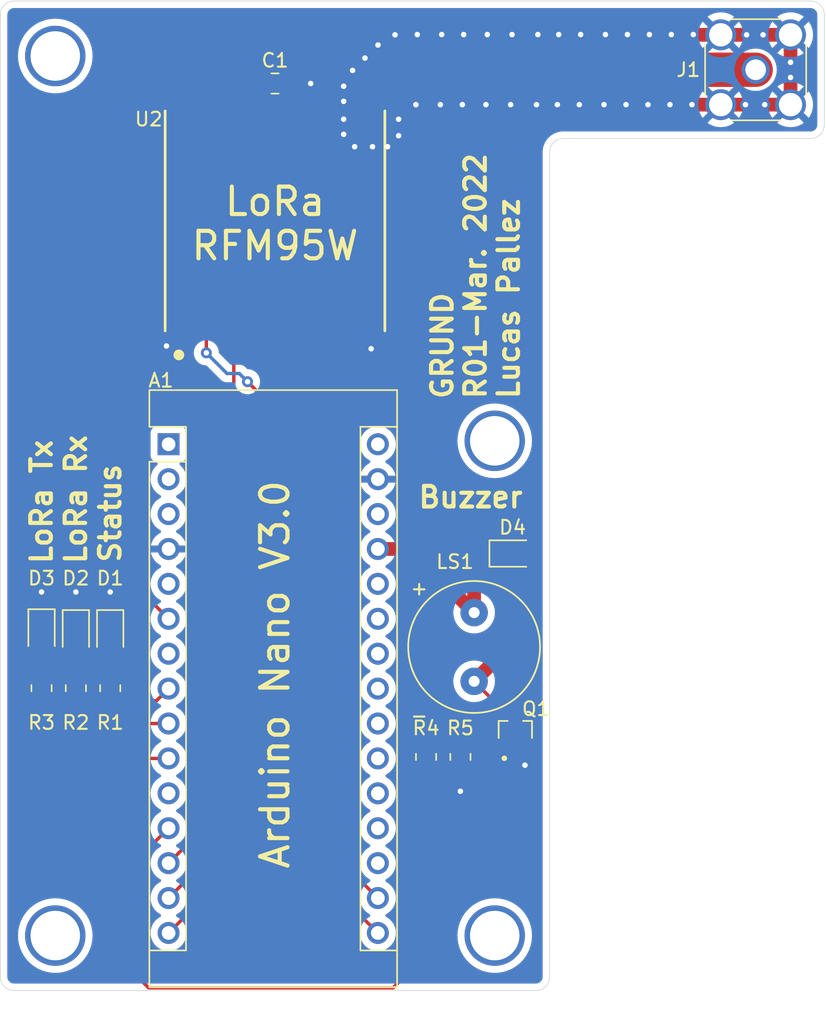
<source format=kicad_pcb>
(kicad_pcb (version 20211014) (generator pcbnew)
  (layers (0 "F.Cu" signal) (31 "B.Cu" signal) (34 "B.Paste" user) (35 "F.Paste" user) (36 "B.SilkS" user "B.Silkscreen") (37 "F.SilkS" user "F.Silkscreen") (38 "B.Mask" user) (39 "F.Mask" user) (44 "Edge.Cuts" user))
  (net 0 "")
  (net 1 "/TE_SCK")
  (net 2 "/TE_MISO")
  (net 3 "Net-(A1-Pad30)")
  (net 4 "/TE_MOSI")
  (net 5 "GND")
  (net 6 "/TE_CS")
  (net 7 "Net-(A1-Pad28)")
  (net 8 "/BUZZER")
  (net 9 "+5V")
  (net 10 "Net-(A1-Pad11)")
  (net 11 "Net-(A1-Pad26)")
  (net 12 "Net-(A1-Pad10)")
  (net 13 "Net-(A1-Pad25)")
  (net 14 "Net-(A1-Pad9)")
  (net 15 "Net-(A1-Pad24)")
  (net 16 "Net-(A1-Pad8)")
  (net 17 "Net-(A1-Pad23)")
  (net 18 "Net-(A1-Pad7)")
  (net 19 "Net-(A1-Pad22)")
  (net 20 "/TE_INT")
  (net 21 "Net-(A1-Pad21)")
  (net 22 "Net-(A1-Pad5)")
  (net 23 "Net-(A1-Pad20)")
  (net 24 "Net-(A1-Pad19)")
  (net 25 "Net-(A1-Pad3)")
  (net 26 "Net-(A1-Pad18)")
  (net 27 "Net-(A1-Pad2)")
  (net 28 "+3V3")
  (net 29 "Net-(A1-Pad1)")
  (net 30 "Net-(D4-Pad2)")
  (net 31 "Net-(Q1-Pad1)")
  (net 32 "Net-(D1-Pad2)")
  (net 33 "Net-(D2-Pad2)")
  (net 34 "Net-(D3-Pad2)")
  (net 35 "Net-(J1-Pad1)")
  (net 36 "Net-(U2-Pad16)")
  (net 37 "Net-(U2-Pad15)")
  (net 38 "Net-(U2-Pad12)")
  (net 39 "Net-(U2-Pad11)")
  (net 40 "Net-(U2-Pad7)")
  (net 41 "Net-(U2-Pad6)")
  (footprint "Module:Arduino_Nano" (layer "F.Cu") (at 62.25 52.25)
    (fp_text reference "A1" (at -0.55 -4.65) (layer "F.SilkS"))
    (fp_text value "Arduino_Nano_v3.x")
    (fp_line (start -1.4 -3.94) (end -1.4 -1.27) (layer "F.SilkS") (width 0.12))
    (fp_line (start 1.27 1.27) (end -1.4 1.27) (layer "F.SilkS") (width 0.12))
    (fp_line (start 1.27 -1.27) (end -1.4 -1.27) (layer "F.SilkS") (width 0.12))
    (fp_line (start 1.27 36.83) (end -1.4 36.83) (layer "F.SilkS") (width 0.12))
    (fp_line (start 1.27 1.27) (end 1.27 -1.27) (layer "F.SilkS") (width 0.12))
    (fp_line (start 13.97 -1.27) (end 16.64 -1.27) (layer "F.SilkS") (width 0.12))
    (fp_line (start 16.64 -3.94) (end -1.4 -3.94) (layer "F.SilkS") (width 0.12))
    (fp_line (start -1.4 1.27) (end -1.4 39.5) (layer "F.SilkS") (width 0.12))
    (fp_line (start 13.97 -1.27) (end 13.97 36.83) (layer "F.SilkS") (width 0.12))
    (fp_line (start 1.27 1.27) (end 1.27 36.83) (layer "F.SilkS") (width 0.12))
    (fp_line (start 16.64 39.5) (end 16.64 -3.94) (layer "F.SilkS") (width 0.12))
    (fp_line (start -1.4 39.5) (end 16.64 39.5) (layer "F.SilkS") (width 0.12))
    (fp_line (start 13.97 36.83) (end 16.64 36.83) (layer "F.SilkS") (width 0.12))
    (pad "1" thru_hole rect locked (at 0 0) (size 1.6 1.6) (drill 1) (layers *.Cu *.Mask) (net 29 "Net-(A1-Pad1)"))
    (pad "2" thru_hole oval locked (at 0 2.54) (size 1.6 1.6) (drill 1) (layers *.Cu *.Mask) (net 27 "Net-(A1-Pad2)"))
    (pad "3" thru_hole oval locked (at 0 5.08) (size 1.6 1.6) (drill 1) (layers *.Cu *.Mask) (net 25 "Net-(A1-Pad3)"))
    (pad "4" thru_hole oval locked (at 0 7.62) (size 1.6 1.6) (drill 1) (layers *.Cu *.Mask) (net 5 "GND"))
    (pad "5" thru_hole oval locked (at 0 10.16) (size 1.6 1.6) (drill 1) (layers *.Cu *.Mask) (net 22 "Net-(A1-Pad5)"))
    (pad "6" thru_hole oval locked (at 0 12.7) (size 1.6 1.6) (drill 1) (layers *.Cu *.Mask) (net 20 "/TE_INT"))
    (pad "7" thru_hole oval locked (at 0 15.24) (size 1.6 1.6) (drill 1) (layers *.Cu *.Mask) (net 18 "Net-(A1-Pad7)"))
    (pad "8" thru_hole oval locked (at 0 17.78) (size 1.6 1.6) (drill 1) (layers *.Cu *.Mask) (net 16 "Net-(A1-Pad8)"))
    (pad "9" thru_hole oval locked (at 0 20.32) (size 1.6 1.6) (drill 1) (layers *.Cu *.Mask) (net 14 "Net-(A1-Pad9)"))
    (pad "10" thru_hole oval locked (at 0 22.86) (size 1.6 1.6) (drill 1) (layers *.Cu *.Mask) (net 12 "Net-(A1-Pad10)"))
    (pad "11" thru_hole oval locked (at 0 25.4) (size 1.6 1.6) (drill 1) (layers *.Cu *.Mask) (net 10 "Net-(A1-Pad11)"))
    (pad "12" thru_hole oval locked (at 0 27.94) (size 1.6 1.6) (drill 1) (layers *.Cu *.Mask) (net 8 "/BUZZER"))
    (pad "13" thru_hole oval locked (at 0 30.48) (size 1.6 1.6) (drill 1) (layers *.Cu *.Mask) (net 6 "/TE_CS"))
    (pad "14" thru_hole oval locked (at 0 33.02) (size 1.6 1.6) (drill 1) (layers *.Cu *.Mask) (net 4 "/TE_MOSI"))
    (pad "15" thru_hole oval locked (at 0 35.56) (size 1.6 1.6) (drill 1) (layers *.Cu *.Mask) (net 2 "/TE_MISO"))
    (pad "16" thru_hole oval locked (at 15.24 35.56) (size 1.6 1.6) (drill 1) (layers *.Cu *.Mask) (net 1 "/TE_SCK"))
    (pad "17" thru_hole oval locked (at 15.24 33.02) (size 1.6 1.6) (drill 1) (layers *.Cu *.Mask) (net 28 "+3V3"))
    (pad "18" thru_hole oval locked (at 15.24 30.48) (size 1.6 1.6) (drill 1) (layers *.Cu *.Mask) (net 26 "Net-(A1-Pad18)"))
    (pad "19" thru_hole oval locked (at 15.24 27.94) (size 1.6 1.6) (drill 1) (layers *.Cu *.Mask) (net 24 "Net-(A1-Pad19)"))
    (pad "20" thru_hole oval locked (at 15.24 25.4) (size 1.6 1.6) (drill 1) (layers *.Cu *.Mask) (net 23 "Net-(A1-Pad20)"))
    (pad "21" thru_hole oval locked (at 15.24 22.86) (size 1.6 1.6) (drill 1) (layers *.Cu *.Mask) (net 21 "Net-(A1-Pad21)"))
    (pad "22" thru_hole oval locked (at 15.24 20.32) (size 1.6 1.6) (drill 1) (layers *.Cu *.Mask) (net 19 "Net-(A1-Pad22)"))
    (pad "23" thru_hole oval locked (at 15.24 17.78) (size 1.6 1.6) (drill 1) (layers *.Cu *.Mask) (net 17 "Net-(A1-Pad23)"))
    (pad "24" thru_hole oval locked (at 15.24 15.24) (size 1.6 1.6) (drill 1) (layers *.Cu *.Mask) (net 15 "Net-(A1-Pad24)"))
    (pad "25" thru_hole oval locked (at 15.24 12.7) (size 1.6 1.6) (drill 1) (layers *.Cu *.Mask) (net 13 "Net-(A1-Pad25)"))
    (pad "26" thru_hole oval locked (at 15.24 10.16) (size 1.6 1.6) (drill 1) (layers *.Cu *.Mask) (net 11 "Net-(A1-Pad26)"))
    (pad "27" thru_hole oval locked (at 15.24 7.62) (size 1.6 1.6) (drill 1) (layers *.Cu *.Mask) (net 9 "+5V"))
    (pad "28" thru_hole oval locked (at 15.24 5.08) (size 1.6 1.6) (drill 1) (layers *.Cu *.Mask) (net 7 "Net-(A1-Pad28)"))
    (pad "29" thru_hole oval locked (at 15.24 2.54) (size 1.6 1.6) (drill 1) (layers *.Cu *.Mask) (net 5 "GND"))
    (pad "30" thru_hole oval locked (at 15.24 0) (size 1.6 1.6) (drill 1) (layers *.Cu *.Mask) (net 3 "Net-(A1-Pad30)"))
  )
  (footprint "2V7002WT1G:SOT65P220X100-3N" (layer "F.Cu") (at 87.5 73 90)
    (fp_text reference "Q1" (at 1.5 1.5 180) (layer "F.SilkS"))
    (fp_text value "2V7002WT1G")
    (fp_line (start 0.62 1.214) (end -0.62 1.214) (layer "F.SilkS") (width 0.127))
    (fp_line (start 0.62 0.564) (end 0.62 1.214) (layer "F.SilkS") (width 0.127))
    (fp_line (start 0.62 -1.214) (end -0.62 -1.214) (layer "F.SilkS") (width 0.127))
    (fp_line (start 0.62 -0.564) (end 0.62 -1.214) (layer "F.SilkS") (width 0.127))
    (fp_circle (center -2.1 -0.8) (end -2 -0.8) (layer "F.SilkS") (width 0.2) (fill none))
    (pad "1" smd roundrect locked (at -0.98 -0.65 90) (size 1.15 0.5) (layers "F.Cu" "F.Paste" "F.Mask") (roundrect_rratio 0.06) (net 31 "Net-(Q1-Pad1)"))
    (pad "2" smd roundrect locked (at -0.98 0.65 90) (size 1.15 0.5) (layers "F.Cu" "F.Paste" "F.Mask") (roundrect_rratio 0.06) (net 5 "GND"))
    (pad "3" smd roundrect locked (at 0.98 0 90) (size 1.15 0.5) (layers "F.Cu" "F.Paste" "F.Mask") (roundrect_rratio 0.06) (net 30 "Net-(D4-Pad2)"))
  )
  (footprint "Capacitor_SMD:C_0805_2012Metric" (layer "F.Cu") (at 70 26)
    (fp_text reference "C1" (at 0 -1.68) (layer "F.SilkS"))
    (fp_text value "100n")
    (fp_line (start -0.261252 0.735) (end 0.261252 0.735) (layer "F.SilkS") (width 0.12))
    (fp_line (start -0.261252 -0.735) (end 0.261252 -0.735) (layer "F.SilkS") (width 0.12))
    (pad "1" smd roundrect locked (at -0.95 0) (size 1 1.45) (layers "F.Cu" "F.Paste" "F.Mask") (net 28 "+3V3"))
    (pad "2" smd roundrect locked (at 0.95 0) (size 1 1.45) (layers "F.Cu" "F.Paste" "F.Mask") (net 5 "GND"))
  )
  (footprint "Diode_SMD:D_0805_2012Metric" (layer "F.Cu") (at 58 66 -90)
    (fp_text reference "D1" (at -4 0 180) (layer "F.SilkS"))
    (fp_text value "ST_Y_LED")
    (fp_line (start -1.685 -0.96) (end -1.685 0.96) (layer "F.SilkS") (width 0.12))
    (fp_line (start 1 -0.96) (end -1.685 -0.96) (layer "F.SilkS") (width 0.12))
    (fp_line (start -1.685 0.96) (end 1 0.96) (layer "F.SilkS") (width 0.12))
    (pad "1" smd roundrect locked (at -0.9375 0 270) (size 0.975 1.4) (layers "F.Cu" "F.Paste" "F.Mask") (net 5 "GND"))
    (pad "2" smd roundrect locked (at 0.9375 0 270) (size 0.975 1.4) (layers "F.Cu" "F.Paste" "F.Mask") (net 32 "Net-(D1-Pad2)"))
  )
  (footprint "Diode_SMD:D_0805_2012Metric" (layer "F.Cu") (at 55.5 66 -90)
    (fp_text reference "D2" (at -4 0 180) (layer "F.SilkS"))
    (fp_text value "RX_R_LED")
    (fp_line (start -1.685 0.96) (end 1 0.96) (layer "F.SilkS") (width 0.12))
    (fp_line (start -1.685 -0.96) (end -1.685 0.96) (layer "F.SilkS") (width 0.12))
    (fp_line (start 1 -0.96) (end -1.685 -0.96) (layer "F.SilkS") (width 0.12))
    (pad "1" smd roundrect locked (at -0.9375 0 270) (size 0.975 1.4) (layers "F.Cu" "F.Paste" "F.Mask") (net 5 "GND"))
    (pad "2" smd roundrect locked (at 0.9375 0 270) (size 0.975 1.4) (layers "F.Cu" "F.Paste" "F.Mask") (net 33 "Net-(D2-Pad2)"))
  )
  (footprint "Diode_SMD:D_0805_2012Metric" (layer "F.Cu") (at 53 65.9375 -90)
    (fp_text reference "D3" (at -3.9375 0 180) (layer "F.SilkS"))
    (fp_text value "TX_G_LED")
    (fp_line (start -1.685 -0.96) (end -1.685 0.96) (layer "F.SilkS") (width 0.12))
    (fp_line (start -1.685 0.96) (end 1 0.96) (layer "F.SilkS") (width 0.12))
    (fp_line (start 1 -0.96) (end -1.685 -0.96) (layer "F.SilkS") (width 0.12))
    (pad "1" smd roundrect locked (at -0.9375 0 270) (size 0.975 1.4) (layers "F.Cu" "F.Paste" "F.Mask") (net 5 "GND"))
    (pad "2" smd roundrect locked (at 0.9375 0 270) (size 0.975 1.4) (layers "F.Cu" "F.Paste" "F.Mask") (net 34 "Net-(D3-Pad2)"))
  )
  (footprint "Diode_SMD:D_0805_2012Metric" (layer "F.Cu") (at 87.3 60.2)
    (fp_text reference "D4" (at 0 -1.9) (layer "F.SilkS"))
    (fp_text value "Flyback")
    (fp_line (start -1.685 -0.96) (end -1.685 0.96) (layer "F.SilkS") (width 0.12))
    (fp_line (start 1 -0.96) (end -1.685 -0.96) (layer "F.SilkS") (width 0.12))
    (fp_line (start -1.685 0.96) (end 1 0.96) (layer "F.SilkS") (width 0.12))
    (pad "1" smd roundrect locked (at -0.9375 0) (size 0.975 1.4) (layers "F.Cu" "F.Paste" "F.Mask") (net 9 "+5V"))
    (pad "2" smd roundrect locked (at 0.9375 0) (size 0.975 1.4) (layers "F.Cu" "F.Paste" "F.Mask") (net 30 "Net-(D4-Pad2)"))
  )
  (footprint "Connector_Coaxial:SMA_Wurth_60312002114503_Vertical" (layer "F.Cu") (at 105 25)
    (fp_text reference "J1" (at -4.9 0) (layer "F.SilkS"))
    (fp_text value "Conn_Coaxial")
    (fp_line (start 3.68 -1.8) (end 3.68 1.8) (layer "F.SilkS") (width 0.12))
    (fp_line (start -1.8 3.68) (end 1.8 3.68) (layer "F.SilkS") (width 0.12))
    (fp_line (start -1.8 -3.68) (end 1.8 -3.68) (layer "F.SilkS") (width 0.12))
    (fp_line (start -3.68 -1.8) (end -3.68 1.8) (layer "F.SilkS") (width 0.12))
    (pad "1" thru_hole circle locked (at 0 0) (size 2.05 2.05) (drill 1.5) (layers *.Cu *.Mask) (net 35 "Net-(J1-Pad1)"))
    (pad "2" thru_hole circle locked (at 2.54 -2.54) (size 2.25 2.25) (drill 1.7) (layers *.Cu *.Mask) (net 5 "GND"))
    (pad "2" thru_hole circle locked (at 2.54 2.54) (size 2.25 2.25) (drill 1.7) (layers *.Cu *.Mask) (net 5 "GND"))
    (pad "2" thru_hole circle locked (at -2.54 2.54) (size 2.25 2.25) (drill 1.7) (layers *.Cu *.Mask) (net 5 "GND"))
    (pad "2" thru_hole circle locked (at -2.54 -2.54) (size 2.25 2.25) (drill 1.7) (layers *.Cu *.Mask) (net 5 "GND"))
  )
  (footprint "CMI-9605IC-0380T:CUI_CMI-9605IC-0380T" (layer "F.Cu") (at 84.5 67)
    (fp_text reference "LS1" (at -1.4 -6.2) (layer "F.SilkS"))
    (fp_text value "Buzzer")
    (fp_text user "-" (at -4 4.99) (layer "F.SilkS"))
    (fp_text user "+" (at -4 -4.27) (layer "F.SilkS"))
    (fp_circle (center 0 0) (end 4.8 0) (layer "F.SilkS") (width 0.127) (fill none))
    (pad "N" thru_hole circle locked (at 0 2.5) (size 2 2) (drill 0.8) (layers *.Cu *.Mask) (net 30 "Net-(D4-Pad2)"))
    (pad "P" thru_hole circle locked (at 0 -2.5) (size 2 2) (drill 0.8) (layers *.Cu *.Mask) (net 9 "+5V"))
  )
  (footprint "Resistor_SMD:R_0805_2012Metric" (layer "F.Cu") (at 58 70 90)
    (fp_text reference "R1" (at -2.5 0 180) (layer "F.SilkS"))
    (fp_text value "130R")
    (fp_line (start -0.227064 0.735) (end 0.227064 0.735) (layer "F.SilkS") (width 0.12))
    (fp_line (start -0.227064 -0.735) (end 0.227064 -0.735) (layer "F.SilkS") (width 0.12))
    (pad "1" smd roundrect locked (at -0.9125 0 90) (size 1.025 1.4) (layers "F.Cu" "F.Paste" "F.Mask") (roundrect_rratio 0.2439014634) (net 16 "Net-(A1-Pad8)"))
    (pad "2" smd roundrect locked (at 0.9125 0 90) (size 1.025 1.4) (layers "F.Cu" "F.Paste" "F.Mask") (roundrect_rratio 0.2439014634) (net 32 "Net-(D1-Pad2)"))
  )
  (footprint "Resistor_SMD:R_0805_2012Metric" (layer "F.Cu") (at 53 70 90)
    (fp_text reference "R3" (at -2.5 0 180) (layer "F.SilkS"))
    (fp_text value "130R")
    (fp_line (start -0.227064 0.735) (end 0.227064 0.735) (layer "F.SilkS") (width 0.12))
    (fp_line (start -0.227064 -0.735) (end 0.227064 -0.735) (layer "F.SilkS") (width 0.12))
    (pad "1" smd roundrect locked (at -0.9125 0 90) (size 1.025 1.4) (layers "F.Cu" "F.Paste" "F.Mask") (roundrect_rratio 0.2439014634) (net 12 "Net-(A1-Pad10)"))
    (pad "2" smd roundrect locked (at 0.9125 0 90) (size 1.025 1.4) (layers "F.Cu" "F.Paste" "F.Mask") (roundrect_rratio 0.2439014634) (net 34 "Net-(D3-Pad2)"))
  )
  (footprint "Resistor_SMD:R_0805_2012Metric" (layer "F.Cu") (at 81 75 -90)
    (fp_text reference "R4" (at -2.1 0 180) (layer "F.SilkS"))
    (fp_text value "470R")
    (fp_line (start -0.227064 -0.735) (end 0.227064 -0.735) (layer "F.SilkS") (width 0.12))
    (fp_line (start -0.227064 0.735) (end 0.227064 0.735) (layer "F.SilkS") (width 0.12))
    (pad "1" smd roundrect locked (at -0.9125 0 270) (size 1.025 1.4) (layers "F.Cu" "F.Paste" "F.Mask") (roundrect_rratio 0.2439014634) (net 31 "Net-(Q1-Pad1)"))
    (pad "2" smd roundrect locked (at 0.9125 0 270) (size 1.025 1.4) (layers "F.Cu" "F.Paste" "F.Mask") (roundrect_rratio 0.2439014634) (net 8 "/BUZZER"))
  )
  (footprint "Resistor_SMD:R_0805_2012Metric" (layer "F.Cu") (at 83.5 75 -90)
    (fp_text reference "R5" (at -2.1 0 180) (layer "F.SilkS"))
    (fp_text value "10k")
    (fp_line (start -0.227064 0.735) (end 0.227064 0.735) (layer "F.SilkS") (width 0.12))
    (fp_line (start -0.227064 -0.735) (end 0.227064 -0.735) (layer "F.SilkS") (width 0.12))
    (pad "1" smd roundrect locked (at -0.9125 0 270) (size 1.025 1.4) (layers "F.Cu" "F.Paste" "F.Mask") (roundrect_rratio 0.2439014634) (net 31 "Net-(Q1-Pad1)"))
    (pad "2" smd roundrect locked (at 0.9125 0 270) (size 1.025 1.4) (layers "F.Cu" "F.Paste" "F.Mask") (roundrect_rratio 0.2439014634) (net 5 "GND"))
  )
  (footprint "RFM95W-868S2:XCVR_RFM95W-868S2" (layer "F.Cu") (at 70 36 90)
    (fp_text reference "U2" (at 7.4 -9.2 180) (layer "F.SilkS") (effects (font (size 1.001913 1.001913))))
    (fp_text value "RFM95W")
    (fp_line (start 8 8) (end -8 8) (layer "F.SilkS") (width 0.2))
    (fp_line (start -8 -8) (end 8 -8) (layer "F.SilkS") (width 0.2))
    (fp_circle (center -9.75 -7) (end -9.458453 -7) (layer "F.SilkS") (width 0.2) (fill none))
    (fp_poly (pts (xy -10.0115 -7.2) (xy -9.5 -7.2) (xy -9.5 -6.8078) (xy -10.0115 -6.8078)) (layer "F.SilkS") (width 0.01) (fill solid))
    (pad "1" smd rect locked (at -7.4 -7 90) (size 1.95 1.05) (layers "F.Cu" "F.Paste" "F.Mask") (net 5 "GND"))
    (pad "2" smd rect locked (at -7.4 -5 90) (size 1.95 1.05) (layers "F.Cu" "F.Paste" "F.Mask") (net 2 "/TE_MISO"))
    (pad "3" smd rect locked (at -7.4 -3 90) (size 1.95 1.05) (layers "F.Cu" "F.Paste" "F.Mask") (net 4 "/TE_MOSI"))
    (pad "4" smd rect locked (at -7.4 -1 90) (size 1.95 1.05) (layers "F.Cu" "F.Paste" "F.Mask") (net 1 "/TE_SCK"))
    (pad "5" smd rect locked (at -7.4 1 90) (size 1.95 1.05) (layers "F.Cu" "F.Paste" "F.Mask") (net 6 "/TE_CS"))
    (pad "6" smd rect locked (at -7.4 3 90) (size 1.95 1.05) (layers "F.Cu" "F.Paste" "F.Mask") (net 41 "Net-(U2-Pad6)"))
    (pad "7" smd rect locked (at -7.4 5 90) (size 1.95 1.05) (layers "F.Cu" "F.Paste" "F.Mask") (net 40 "Net-(U2-Pad7)"))
    (pad "8" smd rect locked (at -7.4 7 90) (size 1.95 1.05) (layers "F.Cu" "F.Paste" "F.Mask") (net 5 "GND"))
    (pad "9" smd rect locked (at 7.4 7 270) (size 1.95 1.05) (layers "F.Cu" "F.Paste" "F.Mask") (net 35 "Net-(J1-Pad1)"))
    (pad "10" smd rect locked (at 7.4 5 270) (size 1.95 1.05) (layers "F.Cu" "F.Paste" "F.Mask") (net 5 "GND"))
    (pad "11" smd rect locked (at 7.4 3 270) (size 1.95 1.05) (layers "F.Cu" "F.Paste" "F.Mask") (net 39 "Net-(U2-Pad11)"))
    (pad "12" smd rect locked (at 7.4 1 270) (size 1.95 1.05) (layers "F.Cu" "F.Paste" "F.Mask") (net 38 "Net-(U2-Pad12)"))
    (pad "13" smd rect locked (at 7.4 -1 270) (size 1.95 1.05) (layers "F.Cu" "F.Paste" "F.Mask") (net 28 "+3V3"))
    (pad "14" smd rect locked (at 7.4 -3 270) (size 1.95 1.05) (layers "F.Cu" "F.Paste" "F.Mask") (net 20 "/TE_INT"))
    (pad "15" smd rect locked (at 7.4 -5 270) (size 1.95 1.05) (layers "F.Cu" "F.Paste" "F.Mask") (net 37 "Net-(U2-Pad15)"))
    (pad "16" smd rect locked (at 7.4 -7 270) (size 1.95 1.05) (layers "F.Cu" "F.Paste" "F.Mask") (net 36 "Net-(U2-Pad16)"))
  )
  (footprint "Resistor_SMD:R_0805_2012Metric" (layer "F.Cu") (at 55.5 70 90)
    (fp_text reference "R2" (at -2.5 0 180) (layer "F.SilkS"))
    (fp_text value "110R")
    (fp_line (start -0.227064 -0.735) (end 0.227064 -0.735) (layer "F.SilkS") (width 0.12))
    (fp_line (start -0.227064 0.735) (end 0.227064 0.735) (layer "F.SilkS") (width 0.12))
    (pad "1" smd roundrect locked (at -0.9125 0 90) (size 1.025 1.4) (layers "F.Cu" "F.Paste" "F.Mask") (roundrect_rratio 0.2439014634) (net 14 "Net-(A1-Pad9)"))
    (pad "2" smd roundrect locked (at 0.9125 0 90) (size 1.025 1.4) (layers "F.Cu" "F.Paste" "F.Mask") (roundrect_rratio 0.2439014634) (net 33 "Net-(D2-Pad2)"))
  )
  (gr_line (start 50 21) (end 50 91) (layer "Edge.Cuts") (width 0.05))
  (gr_line (start 90 91) (end 90 31) (layer "Edge.Cuts") (width 0.05))
  (gr_line (start 91 30) (end 109 30) (layer "Edge.Cuts") (width 0.05))
  (gr_arc (start 50 21) (mid 50.292893 20.292893) (end 51 20) (layer "Edge.Cuts") (width 0.05))
  (gr_line (start 109 20) (end 51 20) (layer "Edge.Cuts") (width 0.05))
  (gr_arc (start 51 92) (mid 50.292893 91.707107) (end 50 91) (layer "Edge.Cuts") (width 0.05))
  (gr_arc (start 110 29) (mid 109.707107 29.707107) (end 109 30) (layer "Edge.Cuts") (width 0.05))
  (gr_arc (start 109 20) (mid 109.707107 20.292893) (end 110 21) (layer "Edge.Cuts") (width 0.05))
  (gr_arc (start 90 91) (mid 89.707107 91.707107) (end 89 92) (layer "Edge.Cuts") (width 0.05))
  (gr_line (start 51 92) (end 89 92) (layer "Edge.Cuts") (width 0.05))
  (gr_line (start 110 29) (end 110 21) (layer "Edge.Cuts") (width 0.05))
  (gr_arc (start 90 31) (mid 90.292893 30.292893) (end 91 30) (layer "Edge.Cuts") (width 0.05))
  (gr_text "LoRa\nRFM95W" (at 70 36.2) (layer "F.SilkS") (effects (font (size 2 2) (thickness 0.3))))
  (gr_text "Status" (at 58 61 90) (layer "F.SilkS") (effects (font (size 1.5 1.5) (thickness 0.3)) (justify left)))
  (gr_text "Buzzer" (at 80.3 56.1) (layer "F.SilkS") (effects (font (size 1.5 1.5) (thickness 0.3)) (justify left)))
  (gr_text "GRUND\nR01-Mar. 2022\nLucas Pallez" (at 84.6 49.1 90) (layer "F.SilkS") (effects (font (size 1.5 1.5) (thickness 0.3)) (justify left)))
  (gr_text "LoRa Rx" (at 55.5 61.1 90) (layer "F.SilkS") (effects (font (size 1.5 1.5) (thickness 0.3)) (justify left)))
  (gr_text "Arduino Nano V3.0" (at 70 69 90) (layer "F.SilkS") (effects (font (size 2 2) (thickness 0.3))))
  (gr_text "LoRa Tx" (at 53 61.1 90) (layer "F.SilkS") (effects (font (size 1.5 1.5) (thickness 0.3)) (justify left)))
  (via (at 54 88) (size 4.4) (drill 3.6) (layers "F.Cu" "B.Cu") (net 0))
  (via (at 86 88) (size 4.4) (drill 3.6) (layers "F.Cu" "B.Cu") (net 0))
  (via (at 86 52) (size 4.4) (drill 3.6) (layers "F.Cu" "B.Cu") (net 0))
  (via (at 54 24) (size 4.4) (drill 3.6) (layers "F.Cu" "B.Cu") (net 0))
  (segment (start 72.4 82.72) (end 72.4 48.4) (width 0.25) (layer "F.Cu") (net 1))
  (segment (start 77.49 87.81) (end 72.4 82.72) (width 0.25) (layer "F.Cu") (net 1))
  (segment (start 69 45) (end 69 43.4) (width 0.25) (layer "F.Cu") (net 1))
  (segment (start 72.4 48.4) (end 69 45) (width 0.25) (layer "F.Cu") (net 1))
  (segment (start 62.25 87.81) (end 68.9 81.16) (width 0.25) (layer "F.Cu") (net 2))
  (segment (start 68.9 81.16) (end 68.9 48.600002) (width 0.25) (layer "F.Cu") (net 2))
  (segment (start 65 45.6) (end 65 43.4) (width 0.25) (layer "F.Cu") (net 2))
  (segment (start 68.9 48.600002) (end 68 47.700002) (width 0.25) (layer "F.Cu") (net 2))
  (via (at 65 45.6) (size 0.8) (drill 0.4) (layers "F.Cu" "B.Cu") (net 2))
  (via (at 68 47.700002) (size 0.8) (drill 0.4) (layers "F.Cu" "B.Cu") (net 2))
  (segment (start 65 45.6) (end 65 45.6) (width 0.25) (layer "B.Cu") (net 2))
  (segment (start 68 47.700002) (end 68 47.7) (width 0.25) (layer "B.Cu") (net 2))
  (segment (start 66.5 47.1) (end 65 45.6) (width 0.25) (layer "B.Cu") (net 2))
  (segment (start 68 47.7) (end 67.4 47.1) (width 0.25) (layer "B.Cu") (net 2))
  (segment (start 67.4 47.1) (end 66.5 47.1) (width 0.25) (layer "B.Cu") (net 2))
  (segment (start 62.25 85.27) (end 67 80.52) (width 0.25) (layer "F.Cu") (net 4))
  (segment (start 67 80.52) (end 67 43.4) (width 0.25) (layer "F.Cu") (net 4))
  (segment (start 79 28.6) (end 79 28.6) (width 1) (layer "F.Cu") (net 5))
  (segment (start 78.74 22.46) (end 78.24 22.46) (width 1) (layer "F.Cu") (net 5))
  (segment (start 77.5 23.2) (end 76.55 24.15) (width 1) (layer "F.Cu") (net 5))
  (segment (start 76.55 24.15) (end 75.65 25.05) (width 1) (layer "F.Cu") (net 5))
  (segment (start 75.65 25.05) (end 75 25.7) (width 1) (layer "F.Cu") (net 5))
  (segment (start 75 26.2) (end 75 27.3) (width 1) (layer "F.Cu") (net 5))
  (segment (start 75 27.3) (end 75 28.6) (width 1) (layer "F.Cu") (net 5))
  (segment (start 75 28.6) (end 75 28.6) (width 1) (layer "F.Cu") (net 5))
  (segment (start 104.26 27.54) (end 102.46 27.54) (width 1) (layer "F.Cu") (net 5))
  (segment (start 105.66 27.54) (end 104.26 27.54) (width 1) (layer "F.Cu") (net 5))
  (segment (start 107.54 25.56) (end 107.54 27.54) (width 1) (layer "F.Cu") (net 5))
  (segment (start 107.54 24.46) (end 107.54 25.56) (width 1) (layer "F.Cu") (net 5))
  (segment (start 105.54 22.46) (end 107.54 22.46) (width 1) (layer "F.Cu") (net 5))
  (segment (start 104.34 22.46) (end 105.54 22.46) (width 1) (layer "F.Cu") (net 5))
  (segment (start 75.8 30.6) (end 75.8 30.6) (width 1) (layer "F.Cu") (net 5))
  (segment (start 75.8 30.6) (end 77.1 30.6) (width 1) (layer "F.Cu") (net 5))
  (segment (start 95.56 27.54) (end 93.96 27.54) (width 1) (layer "F.Cu") (net 5))
  (segment (start 75 29.8) (end 75.8 30.6) (width 1) (layer "F.Cu") (net 5))
  (segment (start 62.1 45.1) (end 63 44.2) (width 0.25) (layer "F.Cu") (net 5))
  (segment (start 63 44.2) (end 63 43.4) (width 0.25) (layer "F.Cu") (net 5))
  (segment (start 107.54 22.46) (end 107.54 24.46) (width 1) (layer "F.Cu") (net 5))
  (segment (start 83.5 77.5) (end 83.5 75.9125) (width 0.25) (layer "F.Cu") (net 5))
  (segment (start 75 25.7) (end 75 26.2) (width 1) (layer "F.Cu") (net 5))
  (segment (start 58 63) (end 58 65.0625) (width 0.25) (layer "F.Cu") (net 5))
  (segment (start 102.46 22.46) (end 78.74 22.46) (width 1) (layer "F.Cu") (net 5))
  (segment (start 83.639988 27.54) (end 82.03999 27.54) (width 1) (layer "F.Cu") (net 5))
  (segment (start 77.1 30.6) (end 78.2 30.6) (width 1) (layer "F.Cu") (net 5))
  (segment (start 80.26 27.54) (end 80.26 27.54) (width 1) (layer "F.Cu") (net 5))
  (segment (start 79 29.8) (end 79 29.8) (width 1) (layer "F.Cu") (net 5))
  (segment (start 93.96 27.54) (end 92.160004 27.54) (width 1) (layer "F.Cu") (net 5))
  (segment (start 78.24 22.46) (end 77.5 23.2) (width 1) (layer "F.Cu") (net 5))
  (segment (start 100.36 27.54) (end 98.76 27.54) (width 1) (layer "F.Cu") (net 5))
  (segment (start 102.46 27.54) (end 100.36 27.54) (width 1) (layer "F.Cu") (net 5))
  (segment (start 98.76 27.54) (end 97.160014 27.54) (width 1) (layer "F.Cu") (net 5))
  (segment (start 107.54 27.54) (end 105.66 27.54) (width 1) (layer "F.Cu") (net 5))
  (segment (start 53 63) (end 53 65) (width 0.25) (layer "F.Cu") (net 5))
  (segment (start 88.2 74.03) (end 88.15 73.98) (width 0.25) (layer "F.Cu") (net 5))
  (segment (start 87.159992 27.54) (end 85.359994 27.54) (width 1) (layer "F.Cu") (net 5))
  (segment (start 79.000004 29.799986) (end 78.999995 29.799995) (width 1) (layer "F.Cu") (net 5))
  (segment (start 92.160004 27.54) (end 90.560014 27.54) (width 1) (layer "F.Cu") (net 5))
  (segment (start 85.359994 27.54) (end 83.639988 27.54) (width 1) (layer "F.Cu") (net 5))
  (segment (start 80.06 27.54) (end 79.000004 28.599996) (width 1) (layer "F.Cu") (net 5))
  (segment (start 88.2 75.6) (end 88.2 74.03) (width 0.25) (layer "F.Cu") (net 5))
  (segment (start 75 28.6) (end 75 29.7) (width 1) (layer "F.Cu") (net 5))
  (segment (start 102.46 22.46) (end 104.34 22.46) (width 1) (layer "F.Cu") (net 5))
  (segment (start 89.039998 27.54) (end 87.159992 27.54) (width 1) (layer "F.Cu") (net 5))
  (segment (start 55.5 65.0625) (end 55.5 63) (width 0.25) (layer "F.Cu") (net 5))
  (segment (start 80.26 27.54) (end 82.03999 27.54) (width 1) (layer "F.Cu") (net 5))
  (segment (start 95.56 27.54) (end 97.160014 27.54) (width 1) (layer "F.Cu") (net 5))
  (segment (start 79 29.8) (end 78.999995 29.799995) (width 1) (layer "F.Cu") (net 5))
  (segment (start 70.95 26) (end 72.6 26) (width 0.25) (layer "F.Cu") (net 5))
  (segment (start 77 43.4) (end 77 45.3) (width 0.25) (layer "F.Cu") (net 5))
  (segment (start 90.560014 27.54) (end 89.039998 27.54) (width 1) (layer "F.Cu") (net 5))
  (segment (start 79.000004 28.599996) (end 79.000004 29.799986) (width 1) (layer "F.Cu") (net 5))
  (segment (start 78.2 30.6) (end 79 29.8) (width 1) (layer "F.Cu") (net 5))
  (via (at 80.36 22.44) (size 0.8) (drill 0.4) (layers "F.Cu" "B.Cu") (net 5))
  (via (at 92.260004 22.44) (size 0.8) (drill 0.4) (layers "F.Cu" "B.Cu") (net 5))
  (via (at 83.739988 22.44) (size 0.8) (drill 0.4) (layers "F.Cu" "B.Cu") (net 5))
  (via (at 82.13999 22.44) (size 0.8) (drill 0.4) (layers "F.Cu" "B.Cu") (net 5))
  (via (at 95.66 22.44) (size 0.8) (drill 0.4) (layers "F.Cu" "B.Cu") (net 5))
  (via (at 89.139998 22.44) (size 0.8) (drill 0.4) (layers "F.Cu" "B.Cu") (net 5))
  (via (at 85.459994 22.44) (size 0.8) (drill 0.4) (layers "F.Cu" "B.Cu") (net 5))
  (via (at 90.660014 22.44) (size 0.8) (drill 0.4) (layers "F.Cu" "B.Cu") (net 5))
  (via (at 87.259992 22.44) (size 0.8) (drill 0.4) (layers "F.Cu" "B.Cu") (net 5))
  (via (at 94.06 22.44) (size 0.8) (drill 0.4) (layers "F.Cu" "B.Cu") (net 5))
  (via (at 97.260014 22.44) (size 0.8) (drill 0.4) (layers "F.Cu" "B.Cu") (net 5))
  (via (at 100.46 22.44) (size 0.8) (drill 0.4) (layers "F.Cu" "B.Cu") (net 5))
  (via (at 98.86 22.44) (size 0.8) (drill 0.4) (layers "F.Cu" "B.Cu") (net 5))
  (via (at 75.8 30.6) (size 0.8) (drill 0.4) (layers "F.Cu" "B.Cu") (net 5))
  (via (at 77.1 30.6) (size 0.8) (drill 0.4) (layers "F.Cu" "B.Cu") (net 5))
  (via (at 78.999995 29.799995) (size 0.8) (drill 0.4) (layers "F.Cu" "B.Cu") (net 5))
  (via (at 78.2 30.6) (size 0.8) (drill 0.4) (layers "F.Cu" "B.Cu") (net 5))
  (via (at 82.03999 27.54) (size 0.8) (drill 0.4) (layers "F.Cu" "B.Cu") (net 5))
  (via (at 75 28.6) (size 0.8) (drill 0.4) (layers "F.Cu" "B.Cu") (net 5))
  (via (at 107.54 25.56) (size 0.8) (drill 0.4) (layers "F.Cu" "B.Cu") (net 5))
  (via (at 79.000004 28.599996) (size 0.8) (drill 0.4) (layers "F.Cu" "B.Cu") (net 5))
  (via (at 92.160004 27.54) (size 0.8) (drill 0.4) (layers "F.Cu" "B.Cu") (net 5))
  (via (at 83.639988 27.54) (size 0.8) (drill 0.4) (layers "F.Cu" "B.Cu") (net 5))
  (via (at 93.96 27.54) (size 0.8) (drill 0.4) (layers "F.Cu" "B.Cu") (net 5))
  (via (at 80.26 27.54) (size 0.8) (drill 0.4) (layers "F.Cu" "B.Cu") (net 5))
  (via (at 53 63) (size 0.8) (drill 0.4) (layers "F.Cu" "B.Cu") (net 5))
  (via (at 97.160014 27.54) (size 0.8) (drill 0.4) (layers "F.Cu" "B.Cu") (net 5))
  (via (at 83.5 77.5) (size 0.8) (drill 0.4) (layers "F.Cu" "B.Cu") (net 5))
  (via (at 105.66 27.54) (size 0.8) (drill 0.4) (layers "F.Cu" "B.Cu") (net 5))
  (via (at 75 26.2) (size 0.8) (drill 0.4) (layers "F.Cu" "B.Cu") (net 5))
  (via (at 75 29.7) (size 0.8) (drill 0.4) (layers "F.Cu" "B.Cu") (net 5))
  (via (at 107.54 24.46) (size 0.8) (drill 0.4) (layers "F.Cu" "B.Cu") (net 5))
  (via (at 78.74 22.46) (size 0.8) (drill 0.4) (layers "F.Cu" "B.Cu") (net 5))
  (via (at 77 45.3) (size 0.8) (drill 0.4) (layers "F.Cu" "B.Cu") (net 5))
  (via (at 55.5 63) (size 0.8) (drill 0.4) (layers "F.Cu" "B.Cu") (net 5))
  (via (at 98.76 27.54) (size 0.8) (drill 0.4) (layers "F.Cu" "B.Cu") (net 5))
  (via (at 72.6 26) (size 0.8) (drill 0.4) (layers "F.Cu" "B.Cu") (net 5))
  (via (at 90.560014 27.54) (size 0.8) (drill 0.4) (layers "F.Cu" "B.Cu") (net 5))
  (via (at 76.55 24.15) (size 0.8) (drill 0.4) (layers "F.Cu" "B.Cu") (net 5))
  (via (at 95.56 27.54) (size 0.8) (drill 0.4) (layers "F.Cu" "B.Cu") (net 5))
  (via (at 75 27.3) (size 0.8) (drill 0.4) (layers "F.Cu" "B.Cu") (net 5))
  (via (at 58 63) (size 0.8) (drill 0.4) (layers "F.Cu" "B.Cu") (net 5))
  (via (at 89.039998 27.54) (size 0.8) (drill 0.4) (layers "F.Cu" "B.Cu") (net 5))
  (via (at 77.5 23.2) (size 0.8) (drill 0.4) (layers "F.Cu" "B.Cu") (net 5))
  (via (at 105.54 22.46) (size 0.8) (drill 0.4) (layers "F.Cu" "B.Cu") (net 5))
  (via (at 104.34 22.46) (size 0.8) (drill 0.4) (layers "F.Cu" "B.Cu") (net 5))
  (via (at 85.359994 27.54) (size 0.8) (drill 0.4) (layers "F.Cu" "B.Cu") (net 5))
  (via (at 75.65 25.05) (size 0.8) (drill 0.4) (layers "F.Cu" "B.Cu") (net 5))
  (via (at 100.36 27.54) (size 0.8) (drill 0.4) (layers "F.Cu" "B.Cu") (net 5))
  (via (at 62.1 45.1) (size 0.8) (drill 0.4) (layers "F.Cu" "B.Cu") (net 5))
  (via (at 88.2 75.6) (size 0.8) (drill 0.4) (layers "F.Cu" "B.Cu") (net 5))
  (via (at 104.26 27.54) (size 0.8) (drill 0.4) (layers "F.Cu" "B.Cu") (net 5))
  (via (at 87.159992 27.54) (size 0.8) (drill 0.4) (layers "F.Cu" "B.Cu") (net 5))
  (segment (start 65 51) (end 60.7 46.7) (width 0.25) (layer "F.Cu") (net 6))
  (segment (start 60.7 46.7) (end 60.7 42) (width 0.25) (layer "F.Cu") (net 6))
  (segment (start 62.25 82.73) (end 65 79.98) (width 0.25) (layer "F.Cu") (net 6))
  (segment (start 69.5 40.4) (end 71 41.9) (width 0.25) (layer "F.Cu") (net 6))
  (segment (start 60.7 42) (end 62.3 40.4) (width 0.25) (layer "F.Cu") (net 6))
  (segment (start 62.3 40.4) (end 69.5 40.4) (width 0.25) (layer "F.Cu") (net 6))
  (segment (start 65 79.98) (end 65 51) (width 0.25) (layer "F.Cu") (net 6))
  (segment (start 71 41.9) (end 71 43.4) (width 0.25) (layer "F.Cu") (net 6))
  (segment (start 60.8 91.8) (end 78.6 91.8) (width 0.25) (layer "F.Cu") (net 8))
  (segment (start 59.5 82.94) (end 59.5 90.5) (width 0.25) (layer "F.Cu") (net 8))
  (segment (start 78.6 91.8) (end 81 89.4) (width 0.25) (layer "F.Cu") (net 8))
  (segment (start 80.677499 76.235001) (end 81 75.9125) (width 0.25) (layer "F.Cu") (net 8))
  (segment (start 81 89.4) (end 81 75.9125) (width 0.25) (layer "F.Cu") (net 8))
  (segment (start 62.25 80.19) (end 59.5 82.94) (width 0.25) (layer "F.Cu") (net 8))
  (segment (start 59.5 90.5) (end 60.8 91.8) (width 0.25) (layer "F.Cu") (net 8))
  (segment (start 79.87 59.87) (end 84.5 64.5) (width 1) (layer "F.Cu") (net 9))
  (segment (start 77.49 59.87) (end 79.87 59.87) (width 1) (layer "F.Cu") (net 9))
  (segment (start 84.5 62.0625) (end 86.3625 60.2) (width 1) (layer "F.Cu") (net 9))
  (segment (start 84.5 64.5) (end 84.5 62.0625) (width 1) (layer "F.Cu") (net 9))
  (segment (start 57.1975 75.11) (end 62.25 75.11) (width 0.25) (layer "F.Cu") (net 12))
  (segment (start 53 70.9125) (end 57.1975 75.11) (width 0.25) (layer "F.Cu") (net 12))
  (segment (start 55.5 70.9125) (end 57.1575 72.57) (width 0.25) (layer "F.Cu") (net 14))
  (segment (start 57.1575 72.57) (end 62.25 72.57) (width 0.25) (layer "F.Cu") (net 14))
  (segment (start 58 70.9125) (end 61.3675 70.9125) (width 0.25) (layer "F.Cu") (net 16))
  (segment (start 61.3675 70.9125) (end 62.25 70.03) (width 0.25) (layer "F.Cu") (net 16))
  (segment (start 59.5 28.2) (end 59.5 62.2) (width 0.25) (layer "F.Cu") (net 20))
  (segment (start 65.9 26.1) (end 61.6 26.1) (width 0.25) (layer "F.Cu") (net 20))
  (segment (start 67 28.6) (end 67 27.2) (width 0.25) (layer "F.Cu") (net 20))
  (segment (start 67 27.2) (end 65.9 26.1) (width 0.25) (layer "F.Cu") (net 20))
  (segment (start 59.5 62.2) (end 62.25 64.95) (width 0.25) (layer "F.Cu") (net 20))
  (segment (start 61.6 26.1) (end 59.5 28.2) (width 0.25) (layer "F.Cu") (net 20))
  (segment (start 69.05 28.55) (end 69 28.6) (width 0.25) (layer "F.Cu") (net 28))
  (segment (start 79.8 46.2) (end 74.5 51.5) (width 0.25) (layer "F.Cu") (net 28))
  (segment (start 74.5 51.5) (end 74.5 82.28) (width 0.25) (layer "F.Cu") (net 28))
  (segment (start 69 28.6) (end 69 30.3) (width 0.25) (layer "F.Cu") (net 28))
  (segment (start 69.05 26) (end 69.05 28.55) (width 0.25) (layer "F.Cu") (net 28))
  (segment (start 69 30.3) (end 79.8 41.1) (width 0.25) (layer "F.Cu") (net 28))
  (segment (start 79.8 41.1) (end 79.8 46.2) (width 0.25) (layer "F.Cu") (net 28))
  (segment (start 74.5 82.28) (end 77.49 85.27) (width 0.25) (layer "F.Cu") (net 28))
  (segment (start 84.5 69.5) (end 88.2375 65.7625) (width 1) (layer "F.Cu") (net 30))
  (segment (start 88.2375 65.7625) (end 88.2375 60.2) (width 1) (layer "F.Cu") (net 30))
  (segment (start 87.02 72.02) (end 84.5 69.5) (width 0.25) (layer "F.Cu") (net 30))
  (segment (start 87.5 72.02) (end 87.02 72.02) (width 0.25) (layer "F.Cu") (net 30))
  (segment (start 83.5 74.0875) (end 86.7425 74.0875) (width 0.25) (layer "F.Cu") (net 31))
  (segment (start 86.7425 74.0875) (end 86.85 73.98) (width 0.25) (layer "F.Cu") (net 31))
  (segment (start 81 74.0875) (end 83.5 74.0875) (width 0.25) (layer "F.Cu") (net 31))
  (segment (start 58 66.9375) (end 58 69.0875) (width 0.25) (layer "F.Cu") (net 32))
  (segment (start 55.5 69.0875) (end 55.5 66.9375) (width 0.25) (layer "F.Cu") (net 33))
  (segment (start 53 66.875) (end 53 69.0875) (width 0.25) (layer "F.Cu") (net 34))
  (segment (start 77 27.2) (end 77 28.6) (width 2.5) (layer "F.Cu") (net 35))
  (segment (start 105 25) (end 79.2 25) (width 2.5) (layer "F.Cu") (net 35))
  (segment (start 79.2 25) (end 77 27.2) (width 2.5) (layer "F.Cu") (net 35))
  (zone (net 5) (net_name "GND") (layer "B.Cu") (connect_pads (clearance 0.508)) (min_thickness 0.254) (fill yes (thermal_gap 0.508) (thermal_bridge_width 0.508))
    (polygon (pts (xy 110 30) (xy 90 30) (xy 90 92) (xy 50 92) (xy 50 20) (xy 110 20)))
  )
)
</source>
